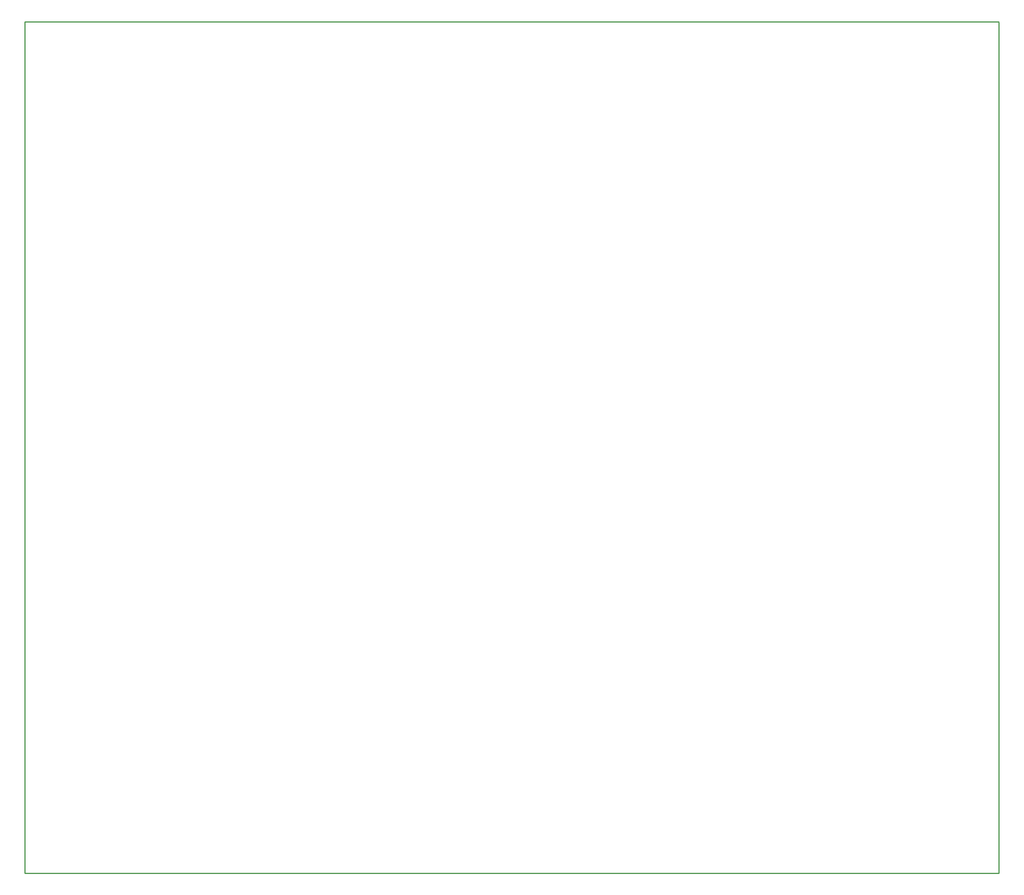
<source format=gko>
G04 Layer_Color=16711935*
%FSLAX25Y25*%
%MOIN*%
G70*
G01*
G75*
%ADD75C,0.01000*%
D75*
X1354000Y2835000D02*
X2218000D01*
Y2079500D02*
Y2834500D01*
X1354000Y2079500D02*
X2218000D01*
X1354000D02*
Y2835000D01*
M02*

</source>
